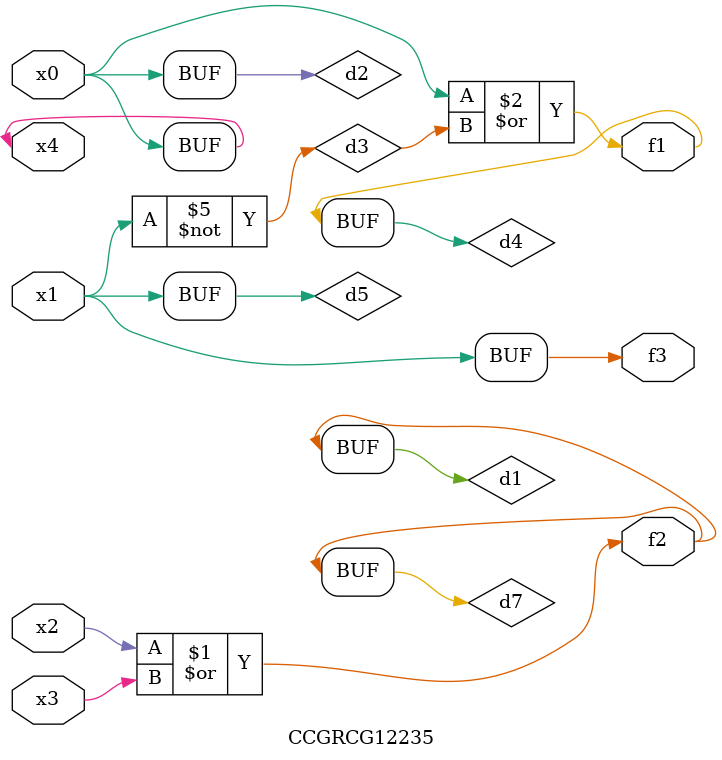
<source format=v>
module CCGRCG12235(
	input x0, x1, x2, x3, x4,
	output f1, f2, f3
);

	wire d1, d2, d3, d4, d5, d6, d7;

	or (d1, x2, x3);
	buf (d2, x0, x4);
	not (d3, x1);
	or (d4, d2, d3);
	not (d5, d3);
	nand (d6, d1, d3);
	or (d7, d1);
	assign f1 = d4;
	assign f2 = d7;
	assign f3 = d5;
endmodule

</source>
